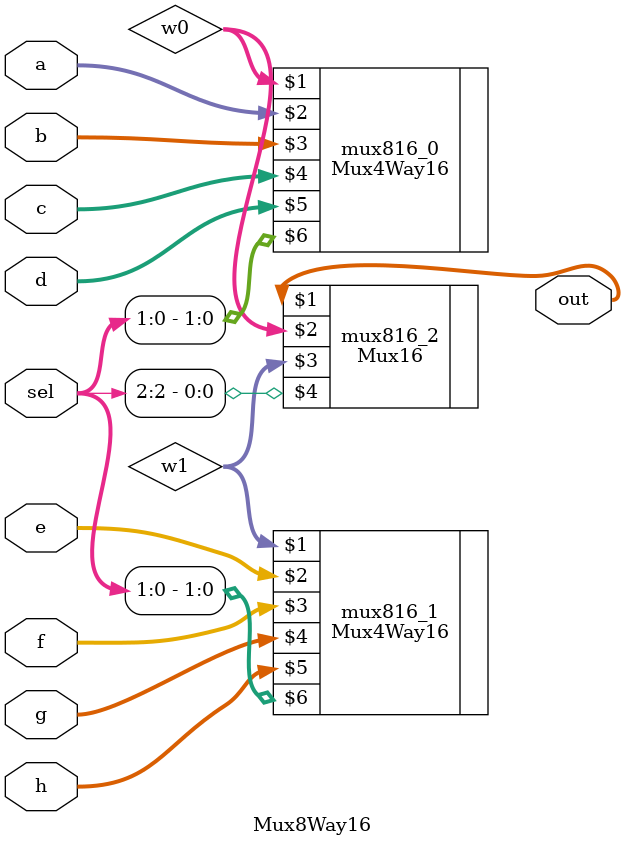
<source format=v>
/* módulo Mux8Way16 */

`ifndef _Mux8Way16_
`define _Mux8Way16_

`include "Mux4Way16.v"
`include "Mux16.v"

module Mux8Way16(out, a, b, c, d, e, f, g, h, sel);
    input [15:0] a, b, c, d, e, f, g, h;
    input [2:0] sel;
    output [15:0] out;
    wire [15:0] w0, w1;

    // 

    Mux4Way16 mux816_0(w0, a, b, c, d, sel[1:0]);
    Mux4Way16 mux816_1(w1, e, f, g, h, sel[1:0]);
    Mux16 mux816_2(out, w0, w1, sel[2]);



endmodule

`endif
</source>
